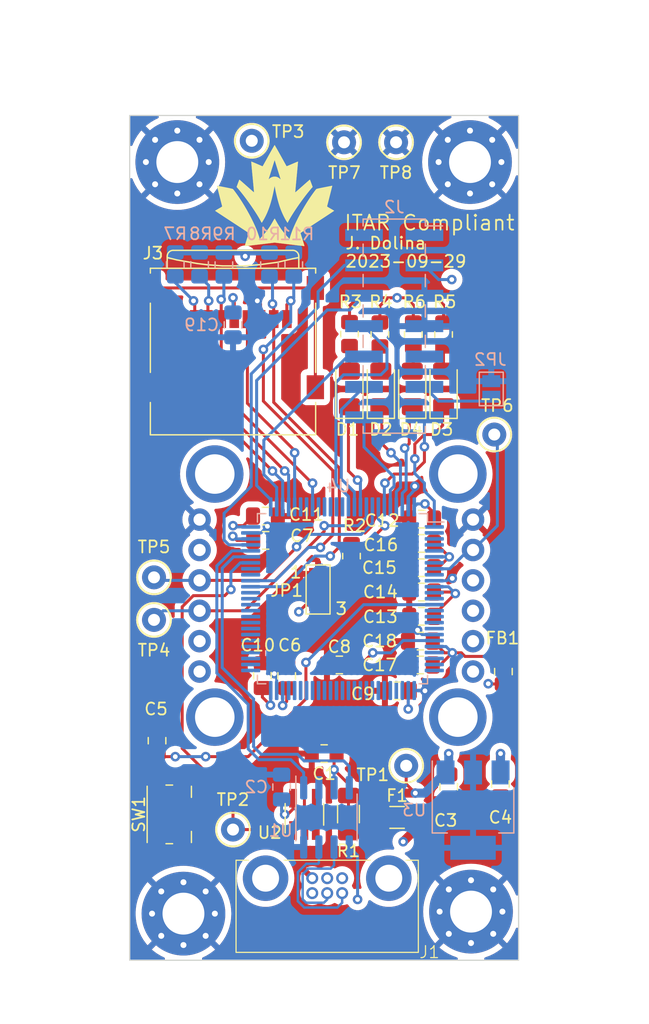
<source format=kicad_pcb>
(kicad_pcb (version 20221018) (generator pcbnew)
  (layers (0 "F.Cu" signal) (1 "In1.Cu" signal) (2 "In2.Cu" signal) (31 "B.Cu" signal) (34 "B.Paste" user) (35 "F.Paste" user) (36 "B.SilkS" user "B.Silkscreen") (37 "F.SilkS" user "F.Silkscreen") (38 "B.Mask" user) (39 "F.Mask" user) (44 "Edge.Cuts" user))
  (net 0 "")
  (net 1 "GND")
  (net 2 "+3V3")
  (net 3 "/imu/SDA")
  (net 4 "/imu/SCL")
  (net 9 "/imu/IMU_INT")
  (net 10 "+5V")
  (net 11 "Net-(U4-NRST)")
  (net 12 "Net-(U4-VREF+)")
  (net 13 "/mcu/VDDA")
  (net 14 "Net-(D1-A)")
  (net 15 "/mcu/D1-")
  (net 16 "Net-(D2-A)")
  (net 17 "/mcu/D2-")
  (net 18 "Net-(D3-A)")
  (net 19 "/mcu/D4-")
  (net 20 "Net-(D4-A)")
  (net 21 "/mcu/D3-")
  (net 22 "Net-(J1-Pin_2)")
  (net 25 "Net-(U2-IN+)")
  (net 26 "/CANH")
  (net 29 "/mcu/TMS")
  (net 30 "/mcu/TCK")
  (net 31 "/mcu/TDO")
  (net 33 "/mcu/TDI")
  (net 34 "/mcu/TRST")
  (net 35 "/mcu/VCP_RX")
  (net 36 "/mcu/VCP_TX")
  (net 37 "unconnected-(J3-SHIELD-Pad9)")
  (net 38 "/CANL")
  (net 39 "Net-(J2-Pin_11)")
  (net 40 "/SD Card/SDMMC_D2")
  (net 41 "/SD Card/SDMMC_D3")
  (net 42 "/SD Card/SDMMC_CMD")
  (net 43 "/SD Card/SDMMC_CK")
  (net 44 "Net-(JP1-C)")
  (net 45 "/SD Card/SDMMC_D0")
  (net 46 "/mcu/5V_SENSE")
  (net 47 "/SD Card/SDMMC_D1")
  (net 48 "Net-(U4-BOOT0)")
  (net 93 "/mcu/FDCAN1_RX")
  (net 94 "/mcu/FDCAN1_TX")
  (footprint "Capacitor_SMD:C_0805_2012Metric_Pad1.18x1.45mm_HandSolder" (layer "F.Cu") (at 146.896 107.358 180)
    (fp_text reference "C1")
    (fp_text value "10 uF")
  )
  (footprint "MountingHole:MountingHole_3.5mm_Pad_Via" (layer "F.Cu") (at 135.133845 120.735)
    (fp_text reference "H3" hide)
    (fp_text value "MountingHole_Pad")
  )
  (footprint "Capacitor_SMD:C_0805_2012Metric_Pad1.18x1.45mm_HandSolder" (layer "F.Cu") (at 155.0455 87.757 180)
    (fp_text reference "C12")
    (fp_text value "0.1 uF")
  )
  (footprint "TestPoint:TestPoint_Keystone_5000-5004_Miniature" (layer "F.Cu") (at 153.754 108.374)
    (fp_text reference "TP1")
    (fp_text value "TP_5V")
  )
  (footprint "Capacitor_SMD:C_0805_2012Metric_Pad1.18x1.45mm_HandSolder" (layer "F.Cu") (at 154.94 97.955 180)
    (fp_text reference "C18")
    (fp_text value "0.1 uF")
  )
  (footprint "Fuse:Fuse_1206_3216Metric_Pad1.42x1.75mm_HandSolder" (layer "F.Cu") (at 152.992 112.692)
    (fp_text reference "F1")
    (fp_text value "Polyfuse 1A")
  )
  (footprint "Jumper:SolderJumper-3_P1.3mm_Open_Pad1.0x1.5mm_NumberLabels" (layer "F.Cu") (at 146.388 93.642 -90)
    (fp_text reference "JP1")
    (fp_text value "BOOT_CTL")
  )
  (footprint "Package_TO_SOT_SMD:SOT-23-5_HandSoldering" (layer "F.Cu") (at 145.245 112.438457 90)
    (fp_text reference "U2")
    (fp_text value "INA180")
  )
  (footprint "Capacitor_SMD:C_0805_2012Metric_Pad1.18x1.45mm_HandSolder" (layer "F.Cu") (at 155.0455 95.885 180)
    (fp_text reference "C13")
    (fp_text value "4.7 uF")
  )
  (footprint "logo:Logo_SilkScreen_10mm" (layer "F.Cu") (at 142.748 60.706)
    (fp_text reference "G***" hide)
    (fp_text value "LOGO" hide)
  )
  (footprint "TestPoint:TestPoint_Keystone_5000-5004_Miniature" (layer "F.Cu") (at 148.558 56.261 90)
    (fp_text reference "TP7")
    (fp_text value "TP_GND")
  )
  (footprint "Capacitor_SMD:C_0805_2012Metric_Pad1.18x1.45mm_HandSolder" (layer "F.Cu") (at 154.94 99.949 180)
    (fp_text reference "C17")
    (fp_text value "1 uF")
  )
  (footprint "Capacitor_SMD:C_0805_2012Metric_Pad1.18x1.45mm_HandSolder" (layer "F.Cu") (at 155.0455 91.821 180)
    (fp_text reference "C15")
    (fp_text value "1 uF")
  )
  (footprint "Resistor_SMD:R_0805_2012Metric_Pad1.20x1.40mm_HandSolder" (layer "F.Cu") (at 151.556 72.322 -90)
    (fp_text reference "R4")
    (fp_text value "470R")
  )
  (footprint "Resistor_SMD:R_0805_2012Metric_Pad1.20x1.40mm_HandSolder" (layer "F.Cu") (at 149.182 90.848 -90)
    (fp_text reference "R2")
    (fp_text value "10kR")
  )
  (footprint "Capacitor_SMD:C_0805_2012Metric_Pad1.18x1.45mm_HandSolder" (layer "F.Cu") (at 142.0075 89.535 180)
    (fp_text reference "C7")
    (fp_text value "2.2 uF")
  )
  (footprint "Button_Switch_SMD:Panasonic_EVQPUJ_EVQPUA" (layer "F.Cu") (at 133.95 112.438 -90)
    (fp_text reference "SW1")
    (fp_text value "RESET")
  )
  (footprint "Capacitor_SMD:C_0805_2012Metric_Pad1.18x1.45mm_HandSolder" (layer "F.Cu") (at 161.882 100.5 -90)
    (fp_text reference "FB1")
    (fp_text value "PE-0603PFB121ST")
  )
  (footprint "Capacitor_SMD:C_0805_2012Metric_Pad1.18x1.45mm_HandSolder" (layer "F.Cu") (at 153.0135 102.108 180)
    (fp_text reference "C9")
    (fp_text value "0.1 uF")
  )
  (footprint "Resistor_SMD:R_0805_2012Metric_Pad1.20x1.40mm_HandSolder" (layer "F.Cu") (at 156.88 72.322 -90)
    (fp_text reference "R5")
    (fp_text value "470R")
  )
  (footprint "MountingHole:MountingHole_3.5mm_Pad_Via" (layer "F.Cu") (at 134.619 57.912)
    (fp_text reference "H1" hide)
    (fp_text value "MountingHole_Pad")
  )
  (footprint "LED_SMD:LED_1206_3216Metric_Pad1.42x1.75mm_HandSolder" (layer "F.Cu") (at 154.262 76.878 90)
    (fp_text reference "D4")
    (fp_text value "LED_B")
  )
  (footprint "Capacitor_SMD:C_0805_2012Metric_Pad1.18x1.45mm_HandSolder" (layer "F.Cu") (at 157.31 110.1305 -90)
    (fp_text reference "C3")
    (fp_text value "0.47 uF")
  )
  (footprint "canhw:connector_Harwin_G125–MG10605M4P" (layer "F.Cu") (at 147.15 117.772)
    (fp_text reference "J1")
    (fp_text value "Conn_01x06_Pin")
  )
  (footprint "LED_SMD:LED_1206_3216Metric_Pad1.42x1.75mm_HandSolder" (layer "F.Cu") (at 156.88 76.878 90)
    (fp_text reference "D3")
    (fp_text value "LED_W")
  )
  (footprint "TestPoint:TestPoint_Keystone_5000-5004_Miniature" (layer "F.Cu") (at 132.672 92.626 90)
    (fp_text reference "TP5")
    (fp_text value "TP_SDA")
  )
  (footprint "Resistor_SMD:R_0805_2012Metric_Pad1.20x1.40mm_HandSolder" (layer "F.Cu") (at 154.35 72.322 -90)
    (fp_text reference "R6")
    (fp_text value "470R")
  )
  (footprint "canhw:IMU BB I2C" (layer "F.Cu") (at 147.809573 94.140167 -90)
    (fp_text reference "A1" hide)
    (fp_text value "ICM-20948-Sparkfun-Daughtercard")
  )
  (footprint "Capacitor_SMD:C_0805_2012Metric_Pad1.18x1.45mm_HandSolder" (layer "F.Cu") (at 132.926 106.2785 90)
    (fp_text reference "C5")
    (fp_text value "0.1uF")
  )
  (footprint "Capacitor_SMD:C_0805_2012Metric_Pad1.18x1.45mm_HandSolder" (layer "F.Cu") (at 155.0455 93.853 180)
    (fp_text reference "C14")
    (fp_text value "0.1 uF")
  )
  (footprint "TestPoint:TestPoint_Keystone_5000-5004_Miniature" (layer "F.Cu") (at 132.672 96.182 90)
    (fp_text reference "TP4")
    (fp_text value "TP_SCL")
  )
  (footprint "Capacitor_SMD:C_0805_2012Metric_Pad1.18x1.45mm_HandSolder" (layer "F.Cu") (at 141.732 100.838 90)
    (fp_text reference "C10")
    (fp_text value "0.1 uF")
  )
  (footprint "LED_SMD:LED_1206_3216Metric_Pad1.42x1.75mm_HandSolder" (layer "F.Cu") (at 149.006 76.878 90)
    (fp_text reference "D1")
    (fp_text value "LED_R")
  )
  (footprint "LED_SMD:LED_1206_3216Metric_Pad1.42x1.75mm_HandSolder" (layer "F.Cu") (at 151.634 76.878 90)
    (fp_text reference "D2")
    (fp_text value "LED_G")
  )
  (footprint "canhw:microSD_Molex_WM6698CT-ND" (layer "F.Cu") (at 146.1594 68.436 180)
    (fp_text reference "J3")
    (fp_text value "Micro_SD_Card")
  )
  (footprint "Resistor_SMD:R_0805_2012Metric_Pad1.20x1.40mm_HandSolder" (layer "F.Cu") (at 149.016 72.29 -90)
    (fp_text reference "R3")
    (fp_text value "470R")
  )
  (footprint "Capacitor_SMD:C_0805_2012Metric_Pad1.18x1.45mm_HandSolder" (layer "F.Cu") (at 155.0455 89.789 180)
    (fp_text reference "C16")
    (fp_text value "0.1 uF")
  )
  (footprint "Capacitor_SMD:C_0805_2012Metric_Pad1.18x1.45mm_HandSolder" (layer "F.Cu") (at 141.986 87.503)
    (fp_text reference "C11")
    (fp_text value "0.1 uF")
  )
  (footprint "Resistor_SMD:R_1206_3216Metric_Pad1.30x1.75mm_HandSolder" (layer "F.Cu") (at 148.928 112.412 -90)
    (fp_text reference "R1")
    (fp_text value "33 mR")
  )
  (footprint "MountingHole:MountingHole_3.5mm_Pad_Via" (layer "F.Cu") (at 159.173 120.566)
    (fp_text reference "H4" hide)
    (fp_text value "MountingHole_Pad")
  )
  (footprint "TestPoint:TestPoint_Keystone_5000-5004_Miniature" (layer "F.Cu") (at 152.908 56.261 90)
    (fp_text reference "TP8")
    (fp_text value "TP_GND")
  )
  (footprint "Capacitor_SMD:C_0805_2012Metric_Pad1.18x1.45mm_HandSolder" (layer "F.Cu") (at 143.764 100.8595 -90)
    (fp_text reference "C6")
    (fp_text value "2.2 uF")
  )
  (footprint "MountingHole:MountingHole_3.5mm_Pad_Via" (layer "F.Cu") (at 159.088 57.912)
    (fp_text reference "H2" hide)
    (fp_text value "MountingHole_Pad")
  )
  (footprint "TestPoint:TestPoint_Keystone_5000-5004_Miniature" (layer "F.Cu") (at 161.12 80.688 90)
    (fp_text reference "TP6")
    (fp_text value "TP_IMUINT")
  )
  (footprint "TestPoint:TestPoint_Keystone_5000-5004_Miniature" (layer "F.Cu") (at 139.276 113.708)
    (fp_text reference "TP2")
    (fp_text value "CURRAMP")
  )
  (footprint "Capacitor_SMD:C_0805_2012Metric_Pad1.18x1.45mm_HandSolder" (layer "F.Cu") (at 148.166 99.949 180)
    (fp_text reference "C8")
    (fp_text value "1uF")
  )
  (footprint "TestPoint:TestPoint_Keystone_5000-5004_Miniature" (layer "F.Cu") (at 140.843 56.134)
    (fp_text reference "TP3")
    (fp_text value "TP_3V3")
  )
  (footprint "Capacitor_SMD:C_0805_2012Metric_Pad1.18x1.45mm_HandSolder" (layer "F.Cu") (at 161.628 109.898 -90)
    (fp_text reference "C4")
    (fp_text value "100 uF")
  )
  (footprint "Capacitor_SMD:C_0805_2012Metric_Pad1.18x1.45mm_HandSolder" (layer "B.Cu") (at 139.276 71.5225 -90)
    (fp_text reference "C19")
    (fp_text value "4.7uF")
  )
  (footprint "Connector_PinHeader_2.54mm:PinHeader_2x07_P2.54mm_Vertical_SMD" (layer "B.Cu") (at 152.753 71.628 180)
    (fp_text reference "J2")
    (fp_text value "CN4 STDC14 (PROG)")
  )
  (footprint "Package_TO_SOT_SMD:SOT-223" (layer "B.Cu") (at 159.342 112.082 -90)
    (fp_text reference "U3")
    (fp_text value "LM3940IMP-3.3/NOPB")
  )
  (footprint "Jumper:SolderJumper-2_P1.3mm_Open_Pad1.0x1.5mm" (layer "B.Cu") (at 160.866 76.878 -90)
    (fp_text reference "JP2")
    (fp_text value "GNDDETECT")
  )
  (footprint "Resistor_SMD:R_0805_2012Metric_Pad1.20x1.40mm_HandSolder" (layer "B.Cu") (at 136.482 66.464 -90)
    (fp_text reference "R8")
    (fp_text value "10kR")
  )
  (footprint "Resistor_SMD:R_0805_2012Metric_Pad1.20x1.40mm_HandSolder" (layer "B.Cu") (at 138.514 66.48 -90)
    (fp_text reference "R9")
    (fp_text value "10kR")
  )
  (footprint "Resistor_SMD:R_0805_2012Metric_Pad1.20x1.40mm_HandSolder" (layer "B.Cu") (at 144.356 66.48 -90)
    (fp_text reference "R11")
    (fp_text value "10kR")
  )
  (footprint "Capacitor_SMD:C_0805_2012Metric_Pad1.18x1.45mm_HandSolder" (layer "B.Cu") (at 143.34 110.152 -90)
    (fp_text reference "C2")
    (fp_text value "0.1 uF")
  )
  (footprint "Resistor_SMD:R_0805_2012Metric_Pad1.20x1.40mm_HandSolder" (layer "B.Cu") (at 142.324 66.48 -90)
    (fp_text reference "R10")
    (fp_text value "10kR")
  )
  (footprint "Package_SO:SOIC-8_3.9x4.9mm_P1.27mm" (layer "B.Cu") (at 147.089389 112.692 -90)
    (fp_text reference "U1")
    (fp_text value "MCP2562")
  )
  (footprint "Package_QFP:LQFP-100_14x14mm_P0.5mm" (layer "B.Cu") (at 148.426845 94.409845 180)
    (fp_text reference "U4")
    (fp_text value "STM32H733VGTx")
  )
  (footprint "Resistor_SMD:R_0805_2012Metric_Pad1.20x1.40mm_HandSolder" (layer "B.Cu") (at 134.45 66.464 -90)
    (fp_text reference "R7")
    (fp_text value "10kR")
  )
  (gr_rect (start 130.64 54.018) (end 163.152 124.63) (stroke (width 0.1)) (fill none) (layer "Edge.Cuts"))
  (gr_text "J. Dolina" (at 148.59 65.278) (layer "F.SilkS") (effects (font (size 1 1)) (justify left bottom)))
  (gr_text "2023-09-29" (at 148.59 66.802) (layer "F.SilkS") (effects (font (size 1 1)) (justify left bottom)))
  (gr_text "ITAR Compliant" (at 155.702 62.992) (layer "F.SilkS") (effects (font (size 1.25 1.25))))
  (segment (start 141.5794 69.7834) (end 141.308 69.512) (width 0.25) (layer "F.Cu") (net 1))
  (segment (start 141.5794 71.036) (end 141.5794 69.7834) (width 0.25) (layer "F.Cu") (net 1))
  (via (at 142.727237 100.679755) (size 0.8) (drill 0.4) (layers "F.Cu" "B.Cu") (net 1))
  (via (at 154.473847 85.006) (size 0.8) (drill 0.4) (layers "F.Cu" "B.Cu") (net 1))
  (via (at 154.704295 97.03611) (size 0.8) (drill 0.4) (layers "F.Cu" "B.Cu") (net 1))
  (via (at 155.321 102.108) (size 0.8) (drill 0.4) (layers "F.Cu" "B.Cu") (net 1))
  (via (at 141.308 69.512) (size 0.8) (drill 0.4) (layers "F.Cu" "B.Cu") (net 1))
  (via (at 157.607 92.71) (size 0.8) (drill 0.4) (layers "F.Cu" "B.Cu") (net 1))
  (via (at 142.151345 88.358438) (size 0.8) (drill 0.4) (layers "F.Cu" "B.Cu") (net 1))
  (segment (start 142.151345 88.358438) (end 141.876845 88.632938) (width 0.25) (layer "B.Cu") (net 1))
  (segment (start 153.926845 85.86916) (end 153.926845 86.734845) (width 0.25) (layer "B.Cu") (net 1))
  (segment (start 142.926845 100.879363) (end 142.926845 102.084845) (width 0.25) (layer "B.Cu") (net 1))
  (segment (start 157.607 92.71) (end 157.343695 92.71) (width 0.25) (layer "B.Cu") (net 1))
  (segment (start 155.07803 97.409845) (end 154.704295 97.03611) (width 0.25) (layer "B.Cu") (net 1))
  (segment (start 157.343695 92.71) (end 157.14385 92.909845) (width 0.25) (layer "B.Cu") (net 1))
  (segment (start 141.876845 88.65053) (end 141.61753 88.909845) (width 0.25) (layer "B.Cu") (net 1))
  (segment (start 154.473847 85.302153) (end 154.262 85.514) (width 0.25) (layer "B.Cu") (net 1))
  (segment (start 155.297845 102.084845) (end 154.426845 102.084845) (width 0.25) (layer "B.Cu") (net 1))
  (segment (start 154.473847 85.006) (end 154.473847 85.302153) (width 0.25) (layer "B.Cu") (net 1))
  (segment (start 141.61753 88.909845) (end 140.751845 88.909845) (width 0.25) (layer "B.Cu") (net 1))
  (segment (start 141.876845 88.632938) (end 141.876845 88.65053) (width 0.25) (layer "B.Cu") (net 1))
  (segment (start 142.727237 100.679755) (end 142.926845 100.879363) (width 0.25) (layer "B.Cu") (net 1))
  (segment (start 154.262 85.534005) (end 153.926845 85.86916) (width 0.25) (layer "B.Cu") (net 1))
  (segment (start 157.14385 92.909845) (end 156.101845 92.909845) (width 0.25) (layer "B.Cu") (net 1))
  (segment (start 154.262 85.514) (end 154.262 85.534005) (width 0.25) (layer "B.Cu") (net 1))
  (segment (start 156.101845 97.409845) (end 155.07803 97.409845) (width 0.25) (layer "B.Cu") (net 1))
  (segment (start 155.321 102.108) (end 155.297845 102.084845) (width 0.25) (layer "B.Cu") (net 1))
  (segment (start 154.35 69.854) (end 153.754 69.258) (width 0.25) (layer "F.Cu") (net 2))
  (segment (start 140.1435 88.308) (end 140.9485 87.503) (width 0.25) (layer "F.Cu") (net 2))
  (segment (start 155.321 86.487) (end 156.083 87.249) (width 0.25) (layer "F.Cu") (net 2))
  (segment (start 145.342 94.942) (end 144.78 95.504) (width 0.25) (layer "F.Cu") (net 2))
  (segment (start 154.35 71.322) (end 154.35 69.854) (width 0.25) (layer "F.Cu") (net 2))
  (segment (start 139.605155 89.535) (end 140.97 89.535) (width 0.25) (layer "F.Cu") (net 2))
  (segment (start 146.388 94.942) (end 145.342 94.942) (width 0.25) (layer "F.Cu") (net 2))
  (segment (start 139.276 88.308) (end 140.1435 88.308) (width 0.25) (layer "F.Cu") (net 2))
  (segment (start 161.628 108.8605) (end 161.628 107.372) (width 0.75) (layer "F.Cu") (net 2))
  (segment (start 152.992 69.258) (end 149.69 69.258) (width 0.25) (layer "F.Cu") (net 2))
  (segment (start 139.2555 89.185345) (end 139.605155 89.535) (width 0.25) (layer "F.Cu") (net 2))
  (segment (start 141.732 102.641876) (end 141.732 101.8755) (width 0.25) (layer "F.Cu") (net 2))
  (segment (start 151.556 69.932) (end 151.556 71.322) (width 0.25) (layer "F.Cu") (net 2))
  (segment (start 156.083 93.853) (end 157.734 93.853) (width 0.25) (layer "F.Cu") (net 2))
  (segment (start 156.083 87.249) (end 156.083 87.757) (width 0.25) (layer "F.Cu") (net 2))
  (segment (start 143.848 112.438) (end 144.295 111.991) (width 0.25) (layer "F.Cu") (net 2))
  (segment (start 160.612 101.516) (end 160.6335 101.5375) (width 0.25) (layer "F.Cu") (net 2))
  (segment (start 143.764 102.99568) (end 143.764 101.897) (width 0.25) (layer "F.Cu") (net 2))
  (segment (start 156.232155 89.789) (end 157.353 90.909845) (width 0.25) (layer "F.Cu") (net 2))
  (segment (start 156.294 69.258) (end 153.754 69.258) (width 0.25) (layer "F.Cu") (net 2))
  (segment (start 143.422888 103.336792) (end 143.764 102.99568) (width 0.25) (layer "F.Cu") (net 2))
  (segment (start 143.594 112.438) (end 143.848 112.438) (width 0.25) (layer "F.Cu") (net 2))
  (segment (start 144.295 111.991) (end 144.295 111.088457) (width 0.25) (layer "F.Cu") (net 2))
  (segment (start 156.083 95.758) (end 157.861 93.98) (width 0.25) (layer "F.Cu") (net 2))
  (segment (start 152.992 69.258) (end 152.23 69.258) (width 0.25) (layer "F.Cu") (net 2))
  (segment (start 152.23 69.258) (end 151.556 69.932) (width 0.25) (layer "F.Cu") (net 2))
  (segment (start 139.3794 69.3614) (end 139.276 69.258) (width 0.25) (layer "F.Cu") (net 2))
  (segment (start 156.083 95.885) (end 156.083 95.758) (width 0.25) (layer "F.Cu") (net 2))
  (segment (start 142.406874 103.31675) (end 141.732 102.641876) (width 0.25) (layer "F.Cu") (net 2))
  (segment (start 153.754 69.258) (end 152.992 69.258) (width 0.25) (layer "F.Cu") (net 2))
  (segment (start 160.6335 101.5375) (end 161.882 101.5375) (width 0.25) (layer "F.Cu") (net 2))
  (segment (start 156.083 91.821) (end 156.441845 91.821) (width 0.25) (layer "F.Cu") (net 2))
  (segment (start 156.88 69.844) (end 156.294 69.258) (width 0.25) (layer "F.Cu") (net 2))
  (segment (start 156.88 71.322) (end 156.88 69.844) (width 0.25) (layer "F.Cu") (net 2))
  (segment (start 153.924 102.235) (end 153.924 103.632) (width 0.25) (layer "F.Cu") (net 2))
  (segment (start 149.016 69.932) (end 149.016 71.29) (width 0.25) (layer "F.Cu") (net 2))
  (segment (start 157.734 93.853) (end 157.861 93.98) (width 0.25) (layer "F.Cu") (net 2))
  (segment (start 149.69 69.258) (end 149.016 69.932) (width 0.25) (layer "F.Cu") (net 2))
  (segment (start 139.3794 71.036) (end 139.3794 69.3614) (width 0.25) (layer "F.Cu") (net 2))
  (segment (start 156.083 89.789) (end 156.232155 89.789) (width 0.25) (layer "F.Cu") (net 2))
  (segment (start 156.441845 91.821) (end 157.353 90.909845) (width 0.25) (layer "F.Cu") (net 2))
  (via (at 157.861 93.98) (size 0.8) (drill 0.4) (layers "F.Cu" "B.Cu") (net 2))
  (via (at 152.992 69.258) (size 0.8) (drill 0.4) (layers "F.Cu" "B.Cu") (net 2))
  (via (at 144.78 95.504) (size 0.8) (drill 0.4) (layers "F.Cu" "B.Cu") (net 2))
  (via (at 139.276 69.258) (size 0.8) (drill 0.4) (layers "F.Cu" "B.Cu") (net 2))
  (via (at 157.353 90.909845) (size 0.8) (drill 0.4) (layers "F.Cu" "B.Cu") (net 2))
  (via (at 161.642 107.358) (size 0.8) (drill 0.4) (layers "F.Cu" "B.Cu") (net 2))
  (via (at 139.2555 89.185345) (size 0.8) (drill 0.4) (layers "F.Cu" "B.Cu") (net 2))
  (via (at 153.924 103.632) (size 0.8) (drill 0.4) (layers "F.Cu" "B.Cu") (net 2))
  (via (at 140.292 65.786) (size 0.8) (drill 0.4) (layers "F.Cu" "B.Cu") (net 2))
  (via (at 139.276 88.308) (size 0.8) (drill 0.4) (layers "F.Cu" "B.Cu") (net 2))
  (via (at 157.564 67.734) (size 0.8) (drill 0.4) (layers "F.Cu" "B.Cu") (net 2))
  (via (at 143.422888 103.336792) (size 0.8) (drill 0.4) (layers "F.Cu" "B.Cu") (net 2))
  (via (at 160.612 101.516) (size 0.8) (drill 0.4) (layers "F.Cu" "B.Cu") (net 2))
  (via (at 155.321 86.487) (size 0.8) (drill 0.4) (layers "F.Cu" "B.Cu") (net 2))
  (via (at 142.406874 103.31675) (size 0.8) (drill 0.4) (layers "F.Cu" "B.Cu") (net 2))
  (via (at 149.69 119.55) (size 0.8) (drill 0.4) (layers "F.Cu" "B.Cu") (net 2))
  (via (at 143.594 112.438) (size 0.8) (drill 0.4) (layers "F.Cu" "B.Cu") (net 2))
  (segment (start 153.926845 102.084845) (end 153.926845 103.629155) (width 0.25) (layer "B.Cu") (net 2))
  (segment (start 140.324 65.464) (end 144.356 65.464) (width 0.5) (layer "B.Cu") (net 2))
  (segment (start 139.276 70.485) (end 139.276 69.258) (width 0.25) (layer "B.Cu") (net 2))
  (segment (start 143.426845 103.332835) (end 143.426845 102.084845) (width 0.25) (layer "B.Cu") (net 2))
  (segment (start 156.464 67.734) (end 157.564 67.734) (width 0.25) (layer "B.Cu") (net 2))
  (segment (start 161.642 107.358) (end 161.642 108.678) (width 0.75) (layer "B.Cu") (net 2))
  (segment (start 149.69 119.55) (end 149.69 115.862611) (width 0.25) (layer "B.Cu") (net 2))
  (segment (start 134.466 65.464) (end 140.292 65.464) (width 0.5) (layer "B.Cu") (net 2))
  (segment (start 154.67469 86.487) (end 154.426845 86.734845) (width 0.25) (layer "B.Cu") (net 2))
  (segment (start 157.290845 93.409845) (end 156.101845 93.409845) (width 0.25) (layer "B.Cu") (net 2))
  (segment (start 139.377845 88.409845) (end 140.751845 88.409845) (width 0.25) (layer "B.Cu") (net 2))
  (segment (start 143.594 112.438) (end 143.34 112.184) (width 0.25) (layer "B.Cu") (net 2))
  (segment (start 142.406874 103.31675) (end 142.426845 103.296779) (width 0.25) (layer "B.Cu") (net 2))
  (segment (start 157.353 90.909845) (end 156.101845 90.909845) (width 0.25) (layer "B.Cu") (net 2))
  (segment (start 139.48 89.409845) (end 140.751845 89.409845) (width 0.25) (layer "B.Cu") (net 2))
  (segment (start 139.276 88.308) (end 139.377845 88.409845) (width 0.25) (layer "B.Cu") (net 2))
  (segment (start 155.278 66.548) (end 156.464 67.734) (width 0.25) (layer "B.Cu") (net 2))
  (segment (start 149.69 115.862611) (end 148.994389 115.167) (width 0.25) (layer "B.Cu") (net 2))
  (segment (start 139.2555 89.185345) (end 139.48 89.409845) (width 0.25) (layer "B.Cu") (net 2))
  (segment (start 143.34 112.184) (end 143.34 111.1895) (width 0.25) (layer "B.Cu") (net 2))
  (segment (start 155.321 86.487) (end 154.67469 86.487) (width 0.25) (layer "B.Cu") (net 2))
  (segment (start 143.422888 103.336792) (end 143.426845 103.332835) (width 0.25) (layer "B.Cu") (net 2))
  (segment (start 142.426845 103.296779) (end 142.426845 102.084845) (width 0.25) (layer "B.Cu") (net 2))
  (segment (start 157.861 93.98) (end 157.290845 93.409845) (width 0.25) (layer "B.Cu") (net 2))
  (segment (start 144.58997 90.06597) (end 144.58997 90.10603) (width 0.25) (layer "F.Cu") (net 3))
  (segment (start 144.58997 90.10603) (end 141.816 92.88) (width 0.25) (layer "F.Cu") (net 3))
  (segment (start 141.816 92.88) (end 136.736 92.88) (width 0.25) (layer "F.Cu") (net 3))
  (via (at 144.58997 90.06597) (size 0.8) (drill 0.4) (layers "F.Cu" "B.Cu") (net 3))
  (segment (start 136.482 92.88) (end 132.926 92.88) (width 0.25) (layer "B.Cu") (net 3))
  (segment (start 150.926845 88.09646) (end 150.926845 86.734845) (width 0.25) (layer "B.Cu") (net 3))
  (segment (start 144.58997 90.06597) (end 145.62294 89.033) (width 0.25) (layer "B.Cu") (net 3))
  (segment (start 145.62294 89.033) (end 149.990305 89.033) (width 0.25) (layer "B.Cu") (net 3))
  (segment (start 132.926 92.88) (end 132.672 92.626) (width 0.25) (layer "B.Cu") (net 3))
  (segment (start 149.990305 89.033) (end 150.926845 88.09646) (width 0.25) (layer "B.Cu") (net 3))
  (segment (start 146.896 88.78454) (end 140.26054 95.42) (width 0.25) (layer "F.Cu") (net 4))
  (segment (start 146.896 88.3085) (end 146.896 88.78454) (width 0.25) (layer "F.Cu") (net 4))
  (segment (start 140.26054 95.42) (end 136.482 95.42) (width 0.25) (layer "F.Cu") (net 4))
  (via (at 146.896 88.3085) (size 0.8) (drill 0.4) (layers "F.Cu" "B.Cu") (net 4))
  (segment (start 136.482 95.42) (end 133.434 95.42) (width 0.25) (layer "B.Cu") (net 4))
  (segment (start 146.896 88.3085) (end 149.718875 88.3085) (width 0.25) (layer "B.Cu") (net 4))
  (segment (start 149.718875 88.3085) (end 150.426845 87.60053) (width 0.25) (layer "B.Cu") (net 4))
  (segment (start 133.434 95.42) (end 132.672 96.182) (width 0.25) (layer "B.Cu") (net 4))
  (segment (start 150.426845 87.60053) (end 150.426845 86.734845) (width 0.25) (layer "B.Cu") (net 4))
  (segment (start 159.342 90.34) (end 161.374 88.308) (width 0.25) (layer "B.Cu") (net 9))
  (segment (start 161.374 88.308) (end 161.374 80.942) (width 0.25) (layer "B.Cu") (net 9))
  (segment (start 158.961 90.34) (end 159.342 90.34) (width 0.25) (layer "B.Cu") (net 9))
  (segment (start 161.374 80.942) (end 161.12 80.688) (width 0.25) (layer "B.Cu") (net 9))
  (segment (start 157.391155 91.909845) (end 158.961 90.34) (width 0.25) (layer "B.Cu") (net 9))
  (segment (start 156.101845 91.909845) (end 157.391155 91.909845) (width 0.25) (layer "B.Cu") (net 9))
  (segment (start 148.928 110.862) (end 148.928 111.883457) (width 0.25) (layer "F.Cu") (net 10))
  (segment (start 157.31 109.093) (end 157.31 107.358) (width 0.25) (layer "F.Cu") (net 10))
  (segment (start 154.516 110.66) (end 149.13 110.66) (width 0.75) (layer "F.Cu") (net 10))
  (segment (start 147.724389 107.567111) (end 147.9335 107.358) (width 0.25) (layer "F.Cu") (net 10))
  (segment (start 148.928 109.898) (end 148.928 110.862) (width 0.25) (layer "F.Cu") (net 10))
  (segment (start 147.724389 108.694389) (end 148.928 109.898) (width 0.25) (layer "F.Cu") (net 10))
  (segment (start 146.195 111.944457) (end 146.195 111.088457) (width 0.25) (layer "F.Cu") (net 10))
  (segment (start 153.754 109.898) (end 154.516 110.66) (width 0.25) (layer "F.Cu") (net 10))
  (segment (start 148.6486 112.162857) (end 146.4134 112.162857) (width 0.25) (layer "F.Cu") (net 10))
  (segment (start 146.4134 112.162857) (end 146.195 111.944457) (width 0.25) (layer "F.Cu") (net 10))
  (segment (start 148.928 111.883457) (end 148.6486 112.162857) (width 0.25) (layer "F.Cu") (net 10))
  (segment (start 153.754 108.374) (end 153.754 109.898) (width 0.25) (layer "F.Cu") (net 10))
  (segment (start 147.724389 108.694389) (end 147.724389 107.567111) (width 0.25) (layer "F.Cu") (net 10))
  (via (at 157.31 107.358) (size 0.8) (drill 0.4) (layers "F.Cu" "B.Cu") (net 10))
  (via (at 147.724389 108.694389) (size 0.8) (drill 0.4) (layers "F.Cu" "B.Cu") (net 10))
  (via (at 154.516 110.66) (size 0.8) (drill 0.4) (layers "F.Cu" "B.Cu") (net 10))
  (segment (start 157.31 107.358) (end 157.31 108.41) (width 0.75) (layer "B.Cu") (net 10))
  (segment (start 155.314 110.66) (end 157.042 108.932) (width 0.75) (layer "B.Cu") (net 10))
  (segment (start 147.724389 108.694389) (end 147.724389 110.217) (width 0.25) (layer "B.Cu") (net 10))
  (segment (start 155.314 110.66) (end 154.516 110.66) (width 0.75) (layer "B.Cu") (net 10))
  (segment (start 134.45 107.612) (end 133.222 107.612) (width 0.25) (layer "F.Cu") (net 11))
  (segment (start 140.546 107.612) (end 136.99 107.612) (width 0.25) (layer "F.Cu") (net 11))
  (segment (start 145.372 102.786) (end 140.546 107.612) (width 0.25) (layer "F.Cu") (net 11))
  (segment (start 133.222 107.612) (end 132.926 107.316) (width 0.25) (layer "F.Cu") (net 11))
  (segment (start 132.926 107.316) (end 133.1 107.49) (width 0.25) (layer "F.Cu") (net 11))
  (segment (start 133.1 107.49) (end 133.1 115.063) (width 0.25) (layer "F.Cu") (net 11))
  (segment (start 145.372 99.738) (end 145.372 102.786) (width 0.25) (layer "F.Cu") (net 11))
  (via (at 136.99 107.612) (size 0.8) (drill 0.4) (layers "F.Cu" "B.Cu") (net 11))
  (via (at 134.45 107.612) (size 0.8) (drill 0.4) (layers "F.Cu" "B.Cu") (net 11))
  (via (at 145.372 99.738) (size 0.8) (drill 0.4) (layers "F.Cu" "B.Cu") (net 11))
  (segment (start 134.45 107.612) (end 136.99 107.612) (width 0.25) (layer "B.Cu") (net 11))
  (segment (start 150.200155 94.909845) (end 145.372 99.738) (width 0.25) (layer "B.Cu") (net 11))
  (segment (start 156.101845 94.909845) (end 150.200155 94.909845) (width 0.25) (layer "B.Cu") (net 11))
  (segment (start 149.944 99.949) (end 149.2035 99.949) (width 0.25) (layer "F.Cu") (net 12))
  (segment (start 150.96 98.933) (end 149.944 99.949) (width 0.25) (layer "F.Cu") (net 12))
  (via (at 150.96 98.933) (size 0.8) (drill 0.4) (layers "F.Cu" "B.Cu") (net 12))
  (segment (start 152.46969 98.933) (end 153.492845 97.909845) (width 0.25) (layer "B.Cu") (net 12))
  (segment (start 153.492845 97.909845) (end 156.101845 97.909845) (width 0.25) (layer "B.Cu") (net 12))
  (segment (start 150.96 98.933) (end 152.46969 98.933) (width 0.25) (layer "B.Cu") (net 12))
  (segment (start 157.607 98.933) (end 158.369 98.933) (width 0.25) (layer "F.Cu") (net 13))
  (segment (start 157.607 98.933) (end 156.9555 98.933) (width 0.25) (layer "F.Cu") (net 13))
  (segment (start 157.607 98.933) (end 156.591 99.949) (width 0.25) (layer "F.Cu") (net 13))
  (segment (start 161.6547 99.2352) (end 161.882 99.4625) (width 0.25) (layer "F.Cu") (net 13))
  (segment (start 158.369 98.933) (end 158.6712 99.2352) (width 0.25) (layer "F.Cu") (net 13))
  (segment (start 156.591 99.949) (end 155.9775 99.949) (width 0.25) (layer "F.Cu") (net 13))
  (segment (start 158.6712 99.2352) (end 161.6547 99.2352) (width 0.25) (layer "F.Cu") (net 13))
  (segment (start 156.9555 98.933) (end 155.9775 97.955) (width 0.25) (layer "F.Cu") (net 13))
  (via (at 157.607 98.933) (size 0.8) (drill 0.4) (layers "F.Cu" "B.Cu") (net 13))
  (segment (start 157.607 98.933) (end 157.083845 98.409845) (width 0.25) (layer "B.Cu") (net 13))
  (segment (start 157.083845 98.409845) (end 156.101845 98.409845) (width 0.25) (layer "B.Cu") (net 13))
  (segment (start 149.006 73.27175) (end 149.006 75.36225) (width 0.25) (layer "F.Cu") (net 14))
  (segment (start 149.006 75.36225) (end 148.996 75.37225) (width 0.25) (layer "F.Cu") (net 14))
  (segment (start 149.69 84.498) (end 148.928 83.736) (width 0.25) (layer "F.Cu") (net 15))
  (segment (start 148.928 83.736) (end 148.928 78.4435) (width 0.25) (layer "F.Cu") (net 15))
  (segment (start 148.928 78.4435) (end 149.006 78.3655) (width 0.25) (layer "F.Cu") (net 15))
  (via (at 149.69 84.498) (size 0.8) (drill 0.4) (layers "F.Cu" "B.Cu") (net 15))
  (segment (start 149.69 84.498) (end 149.926845 84.734845) (width 0.25) (layer "B.Cu") (net 15))
  (segment (start 149.926845 84.734845) (end 149.926845 86.734845) (width 0.25) (layer "B.Cu") (net 15))
  (segment (start 151.546 73.30375) (end 151.546 75.29425) (width 0.25) (layer "F.Cu") (net 16))
  (segment (start 151.546 75.29425) (end 151.624 75.37225) (width 0.25) (layer "F.Cu") (net 16))
  (segment (start 151.722 78.4535) (end 151.634 78.3655) (width 0.25) (layer "F.Cu") (net 17))
  (segment (start 151.722 81.45) (end 151.722 78.4535) (width 0.25) (layer "F.Cu") (net 17))
  (segment (start 152.484 82.212) (end 151.722 81.45) (width 0.25) (layer "F.Cu") (net 17))
  (via (at 152.484 82.212) (size 0.8) (drill 0.4) (layers "F.Cu" "B.Cu") (net 17))
  (segment (start 152.926845 85.462856) (end 152.926845 86.734845) (width 0.25) (layer "B.Cu") (net 17))
  (segment (start 153.275005 85.114696) (end 152.926845 85.462856) (width 0.25) (layer "B.Cu") (net 17))
  (segment (start 153.275005 83.003005) (end 153.275005 85.114696) (width 0.25) (layer "B.Cu") (net 17))
  (segment (start 152.484 82.212) (end 153.275005 83.003005) (width 0.25) (layer "B.Cu") (net 17))
  (segment (start 156.87 73.30375) (end 156.87 75.37225) (width 0.25) (layer "F.Cu") (net 18))
  (segment (start 154.473848 81.482847) (end 155.268695 80.688) (width 0.25) (layer "F.Cu") (net 19))
  (segment (start 155.268695 80.688) (end 156.04 80.688) (width 0.25) (layer "F.Cu") (net 19))
  (segment (start 156.04 80.688) (end 156.802 79.926) (width 0.25) (layer "F.Cu") (net 19))
  (segment (start 156.802 79.926) (end 156.802 78.4435) (width 0.25) (layer "F.Cu") (net 19))
  (segment (start 154.473848 82.72) (end 154.473848 81.482847) (width 0.25) (layer "F.Cu") (net 19))
  (segment (start 156.802 78.4435) (end 156.88 78.3655) (width 0.25) (layer "F.Cu") (net 19))
  (via (at 154.473848 82.72) (size 0.8) (drill 0.4) (layers "F.Cu" "B.Cu") (net 19))
  (segment (start 155.278 85.418695) (end 155.278 84.752) (width 0.25) (layer "B.Cu") (net 19))
  (segment (start 154.473848 83.947848) (end 154.473848 82.72) (width 0.25) (layer "B.Cu") (net 19))
  (segment (start 155.278 84.752) (end 154.473848 83.947848) (width 0.25) (layer "B.Cu") (net 19))
  (segment (start 155.833652 85.974347) (end 155.278 85.418695) (width 0.25) (layer "B.Cu") (net 19))
  (segment (start 156.101845 86.24254) (end 155.833652 85.974347) (width 0.25) (layer "B.Cu") (net 19))
  (segment (start 156.101845 88.409845) (end 156.101845 86.24254) (width 0.25) (layer "B.Cu") (net 19))
  (segment (start 154.34 73.30375) (end 154.34 75.28425) (width 0.25) (layer "F.Cu") (net 20))
  (segment (start 154.34 75.28425) (end 154.252 75.37225) (width 0.25) (layer "F.Cu") (net 20))
  (segment (start 154.008 81.45) (end 154.008 78.6195) (width 0.25) (layer "F.Cu") (net 21))
  (segment (start 154.008 78.6195) (end 154.262 78.3655) (width 0.25) (layer "F.Cu") (net 21))
  (segment (start 153.627 81.831) (end 154.008 81.45) (width 0.25) (layer "F.Cu") (net 21))
  (via (at 153.627 81.831) (size 0.8) (drill 0.4) (layers "F.Cu" "B.Cu") (net 21))
  (segment (start 153.426845 85.599252) (end 153.426845 86.734845) (width 0.25) (layer "B.Cu") (net 21))
  (segment (start 153.749348 81.953348) (end 153.749347 85.27675) (width 0.25) (layer "B.Cu") (net 21))
  (segment (start 153.749347 85.27675) (end 153.426845 85.599252) (width 0.25) (layer "B.Cu") (net 21))
  (segment (start 153.627 81.831) (end 153.749348 81.953348) (width 0.25) (layer "B.Cu") (net 21))
  (segment (start 154.4795 113.7445) (end 153.5 114.724) (width 0.75) (layer "F.Cu") (net 22))
  (segment (start 154.4795 112.692) (end 154.4795 113.7445) (width 0.75) (layer "F.Cu") (net 22))
  (via (at 153.5 114.724) (size 0.8) (drill 0.4) (layers "F.Cu" "B.Cu") (net 22))
  (segment (start 151.722 112.9095) (end 151.722 113.708) (width 0.75) (layer "F.Cu") (net 25))
  (segment (start 148.928 112.975657) (end 148.674 112.721657) (width 0.25) (layer "F.Cu") (net 25))
  (segment (start 148.674 112.721657) (end 146.4388 112.721657) (width 0.25) (layer "F.Cu") (net 25))
  (segment (start 146.4388 112.721657) (end 146.195 112.965457) (width 0.25) (layer "F.Cu") (net 25))
  (segment (start 146.195 112.965457) (end 146.195 113.788457) (width 0.25) (layer "F.Cu") (net 25))
  (segment (start 151.722 113.708) (end 149.182 113.708) (width 0.75) (layer "F.Cu") (net 25))
  (segment (start 149.182 113.708) (end 148.928 113.962) (width 0.75) (layer "F.Cu") (net 25))
  (segment (start 151.5045 112.692) (end 151.722 112.9095) (width 0.75) (layer "F.Cu") (net 25))
  (segment (start 148.928 113.962) (end 148.928 112.975657) (width 0.25) (layer "F.Cu") (net 25))
  (segment (start 148.4 119.824) (end 148.4 119.022) (width 0.2032) (layer "B.Cu") (net 26))
  (segment (start 146.454389 116.500811) (end 146.388 116.5672) (width 0.2032) (layer "B.Cu") (net 26))
  (segment (start 144.6952 117.272956) (end 144.6952 119.697411) (width 0.2032) (layer "B.Cu") (net 26))
  (segment (start 145.22459 120.2268) (end 147.9972 120.2268) (width 0.2032) (layer "B.Cu") (net 26))
  (segment (start 144.6952 119.697411) (end 145.22459 120.2268) (width 0.2032) (layer "B.Cu") (net 26))
  (segment (start 147.9972 120.2268) (end 148.4 119.824) (width 0.2032) (layer "B.Cu") (net 26))
  (segment (start 146.454389 115.602594) (end 146.454389 116.500811) (width 0.2032) (layer "B.Cu") (net 26))
  (segment (start 146.388 116.5672) (end 145.400955 116.5672) (width 0.2032) (layer "B.Cu") (net 26))
  (segment (start 145.400955 116.5672) (end 144.6952 117.272956) (width 0.2032) (layer "B.Cu") (net 26))
  (segment (start 146.388 68.75) (end 148.59 66.548) (width 0.25) (layer "B.Cu") (net 29))
  (segment (start 140.751845 89.909845) (end 138.931845 89.909845) (width 0.25) (layer "B.Cu") (net 29))
  (segment (start 146.388 70.029305) (end 146.388 68.75) (width 0.25) (layer "B.Cu") (net 29))
  (segment (start 148.59 66.548) (end 150.228 66.548) (width 0.25) (layer "B.Cu") (net 29))
  (segment (start 140.8 85.006) (end 140.8 75.617305) (width 0.25) (layer "B.Cu") (net 29))
  (segment (start 140.8 75.617305) (end 146.388 70.029305) (width 0.25) (layer "B.Cu") (net 29))
  (segment (start 138.931845 89.909845) (end 138.5305 89.5085) (width 0.25) (layer "B.Cu") (net 29))
  (segment (start 138.5305 89.5085) (end 138.5305 87.2755) (width 0.25) (layer "B.Cu") (net 29))
  (segment (start 138.5305 87.2755) (end 140.8 85.006) (width 0.25) (layer "B.Cu") (net 29))
  (segment (start 142.426845 86.734845) (end 142.426845 86.124845) (width 0.25) (layer "B.Cu") (net 30))
  (segment (start 141.25 76.174) (end 147.15 70.274) (width 0.25) (layer "B.Cu") (net 30))
  (segment (start 142.426845 86.124845) (end 141.25 84.948) (width 0.25) (layer "B.Cu") (net 30))
  (segment (start 141.25 84.948) (end 141.25 76.174) (width 0.25) (layer "B.Cu") (net 30))
  (segment (start 147.15 70.274) (end 149.042 70.274) (width 0.25) (layer "B.Cu") (net 30))
  (segment (start 149.042 70.274) (end 150.228 69.088) (width 0.25) (layer "B.Cu") (net 30))
  (segment (start 148.926845 85.86916) (end 147.878 84.820315) (width 0.25) (layer "B.Cu") (net 31))
  (segment (start 152.146 75.184) (end 152.146 73.546) (width 0.25) (layer "B.Cu") (net 31))
  (segment (start 148.519 75.692) (end 151.638 75.692) (width 0.25) (layer "B.Cu") (net 31))
  (segment (start 147.878 76.333) (end 148.519 75.692) (width 0.25) (layer "B.Cu") (net 31))
  (segment (start 151.638 75.692) (end 152.146 75.184) (width 0.25) (layer "B.Cu") (net 31))
  (segment (start 152.146 73.546) (end 150.228 71.628) (width 0.25) (layer "B.Cu") (net 31))
  (segment (start 147.878 84.820315) (end 147.878 76.333) (width 0.25) (layer "B.Cu") (net 31))
  (segment (start 148.926845 86.734845) (end 148.926845 85.86916) (width 0.25) (layer "B.Cu") (net 31))
  (segment (start 142.926845 85.11015) (end 141.853 84.036305) (width 0.25) (layer "B.Cu") (net 33))
  (segment (start 141.853 81.159) (end 148.844 74.168) (width 0.25) (layer "B.Cu") (net 33))
  (segment (start 148.844 74.168) (end 150.228 74.168) (width 0.25) (layer "B.Cu") (net 33))
  (segment (start 142.926845 86.734845) (end 142.926845 85.11015) (width 0.25) (layer "B.Cu") (net 33))
  (segment (start 141.853 84.036305) (end 141.853 81.159) (width 0.25) (layer "B.Cu") (net 33))
  (segment (start 150.228 76.708) (end 148.328 78.608) (width 0.25) (layer "B.Cu") (net 34))
  (segment (start 149.426845 85.50053) (end 149.426845 86.734845) (width 0.25) (layer "B.Cu") (net 34))
  (segment (start 148.328 84.401685) (end 149.426845 85.50053) (width 0.25) (layer "B.Cu") (net 34))
  (segment (start 148.328 78.608) (end 148.328 84.401685) (width 0.25) (layer "B.Cu") (net 34))
  (segment (start 155.278 81.704) (end 155.278 82.974) (width 0.25) (layer "F.Cu") (net 35))
  (segment (start 152.738 83.99) (end 151.976 84.752) (width 0.25) (layer "F.Cu") (net 35))
  (segment (start 155.278 82.974) (end 154.262 83.99) (width 0.25) (layer "F.Cu") (net 35))
  (segment (start 154.262 83.99) (end 152.738 83.99) (width 0.25) (layer "F.Cu") (net 35))
  (via (at 155.278 81.704) (size 0.8) (drill 0.4) (layers "F.Cu" "B.Cu") (net 35))
  (via (at 151.976 84.752) (size 0.8) (drill 0.4) (layers "F.Cu" "B.Cu") (net 35))
  (segment (start 155.278 81.704) (end 155.278 79.248) (width 0.25) (layer "B.Cu") (net 35))
  (segment (start 151.976 84.752) (end 151.926845 84.801155) (width 0.25) (layer "B.Cu") (net 35))
  (segment (start 151.926845 84.801155) (end 151.926845 86.734845) (width 0.25) (layer "B.Cu") (net 35))
  (segment (start 152.426845 85.32646) (end 152.738 85.015305) (width 0.25) (layer "B.Cu") (net 36))
  (segment (start 150.228 81.729347) (end 150.228 79.248) (width 0.25) (layer "B.Cu") (net 36))
  (segment (start 152.738 84.239347) (end 150.228 81.729347) (width 0.25) (layer "B.Cu") (net 36))
  (segment (start 152.426845 86.734845) (end 152.426845 85.32646) (width 0.25) (layer "B.Cu") (net 36))
  (segment (start 152.738 85.015305) (end 152.738 84.239347) (width 0.25) (layer "B.Cu") (net 36))
  (segment (start 132.4094 76.736) (end 132.4094 68.436) (width 0.25) (layer "F.Cu") (net 37))
  (segment (start 146.1594 68.436) (end 132.4094 68.436) (width 0.25) (layer "F.Cu") (net 37))
  (segment (start 146.1594 76.736) (end 146.1594 68.436) (width 0.25) (layer "F.Cu") (net 37))
  (segment (start 145.3916 119.8236) (end 145.0984 119.5304) (width 0.2032) (layer "B.Cu") (net 38))
  (segment (start 146.8764 119.8236) (end 145.3916 119.8236) (width 0.2032) (layer "B.Cu") (net 38))
  (segment (start 145.567966 116.9704) (end 147.4436 116.9704) (width 0.2032) (layer "B.Cu") (net 38))
  (segment (start 147.724389 116.689611) (end 147.724389 115.602594) (width 0.2032) (layer "B.Cu") (net 38))
  (segment (start 147.15 119.022) (end 147.15 119.55) (width 0.2032) (layer "B.Cu") (net 38))
  (segment (start 145.0984 119.5304) (end 145.0984 117.439966) (width 0.2032) (layer "B.Cu") (net 38))
  (segment (start 145.0984 117.439966) (end 145.567966 116.9704) (width 0.2032) (layer "B.Cu") (net 38))
  (segment (start 147.15 119.55) (end 146.8764 119.8236) (width 0.2032) (layer "B.Cu") (net 38))
  (segment (start 147.4436 116.9704) (end 147.724389 116.689611) (width 0.2032) (layer "B.Cu") (net 38))
  (segment (start 156.464 77.894) (end 160.5 77.894) (width 0.25) (layer "B.Cu") (net 39))
  (segment (start 155.278 76.708) (end 156.464 77.894) (width 0.25) (layer "B.Cu") (net 39))
  (segment (start 160.5 77.894) (end 160.866 77.528) (width 0.25) (layer "B.Cu") (net 39))
  (segment (start 136.0794 69.6174) (end 136.0794 71.036) (width 0.25) (layer "F.Cu") (net 40))
  (segment (start 136.0794 77.2374) (end 142.578 83.736) (width 0.25) (layer "F.Cu") (net 40))
  (segment (start 136.0794 71.036) (end 136.0794 77.2374) (width 0.25) (layer "F.Cu") (net 40))
  (segment (start 135.974 69.512) (end 136.0794 69.6174) (width 0.25) (layer "F.Cu") (net 40))
  (via (at 142.578 83.736) (size 0.8) (drill 0.4) (layers "F.Cu" "B.Cu") (net 40))
  (via (at 135.974 69.512) (size 0.8) (drill 0.4) (layers "F.Cu" "B.Cu") (net 40))
  (segment (start 134.45 67.988) (end 134.45 67.464) (width 0.25) (layer "B.Cu") (net 40))
  (segment (start 135.974 69.512) (end 134.45 67.988) (width 0.25) (layer "B.Cu") (net 40))
  (segment (start 143.426845 84.584845) (end 143.426845 86.734845) (width 0.25) (layer "B.Cu") (net 40))
  (segment (start 142.578 83.736) (end 143.426845 84.584845) (width 0.25) (layer "B.Cu") (net 40))
  (segment (start 137.244 69.512) (end 137.1794 69.5766) (width 0.25) (layer "F.Cu") (net 41))
  (segment (start 143.598299 83.731701) (end 137.1794 77.312802) (width 0.25) (layer "F.Cu") (net 41))
  (segment (start 137.1794 69.5766) (end 137.1794 71.036) (width 0.25) (layer "F.Cu") (net 41))
  (segment (start 137.1794 77.312802) (end 137.1794 71.036) (width 0.25) (layer "F.Cu") (net 41))
  (via (at 143.598299 83.731701) (size 0.8) (drill 0.4) (layers "F.Cu" "B.Cu") (net 41))
  (via (at 137.244 69.512) (size 0.8) (drill 0.4) (layers "F.Cu" "B.Cu") (net 41))
  (segment (start 143.926845 84.060247) (end 143.926845 86.734845) (width 0.25) (layer "B.Cu") (net 41))
  (segment (start 143.598299 83.731701) (end 143.926845 84.060247) (width 0.25) (layer "B.Cu") (net 41))
  (segment (start 137.244 68.226) (end 136.482 67.464) (width 0.25) (layer "B.Cu") (net 41))
  (segment (start 137.244 69.512) (end 137.244 68.226) (width 0.25) (layer "B.Cu") (net 41))
  (segment (start 145.926845 84.752) (end 145.88 84.752) (width 0.25) (layer "F.Cu") (net 42))
  (segment (start 138.2894 77.1614) (end 138.2894 71.036) (width 0.25) (layer "F.Cu") (net 42))
  (segment (start 138.2894 69.398303) (end 138.2894 71.036) (width 0.25) (layer "F.Cu") (net 42))
  (segment (start 138.285905 69.394808) (end 138.2894 69.398303) (width 0.25) (layer "F.Cu") (net 42))
  (segment (start 145.88 84.752) (end 138.2894 77.1614) (width 0.25) (layer "F.Cu") (net 42))
  (via (at 145.926845 84.752) (size 0.8) (drill 0.4) (layers "F.Cu" "B.Cu") (net 42))
  (via (at 138.285905 69.394808) (size 0.8) (drill 0.4) (layers "F.Cu" "B.Cu") (net 42))
  (segment (start 145.926845 84.752) (end 145.926845 86.734845) (width 0.25) (layer "B.Cu") (net 42))
  (segment (start 138.285905 69.394808) (end 138.514 69.166713) (width 0.25) (layer "B.Cu") (net 42))
  (segment (start 138.514 69.166713) (end 138.514 67.48) (width 0.25) (layer "B.Cu") (net 42))
  (segment (start 144.426845 82.212) (end 144.426845 82.028845) (width 0.25) (layer "F.Cu") (net 43))
  (segment (start 144.426845 82.028845) (end 140.4794 78.0814) (width 0.25) (layer "F.Cu") (net 43))
  (segment (start 140.4794 78.0814) (end 140.4794 71.046) (width 0.25) (layer "F.Cu") (net 43))
  (via (at 144.426845 82.212) (size 0.8) (drill 0.4) (layers "F.Cu" "B.Cu") (net 43))
  (segment (start 144.426845 82.212) (end 144.426845 86.734845) (width 0.25) (layer "B.Cu") (net 43))
  (segment (start 146.388 93.642) (end 147.388 93.642) (width 0.25) (layer "F.Cu") (net 44))
  (segment (start 147.388 93.642) (end 149.182 91.848) (width 0.25) (layer "F.Cu") (net 44))
  (segment (start 142.6794 71.036) (end 142.6794 77.9954) (width 0.25) (layer "F.Cu") (net 45))
  (segment (start 142.6794 69.8674) (end 142.578 69.766) (width 0.25) (layer "F.Cu") (net 45))
  (segment (start 148.166 83.482) (end 148.166 89.250827) (width 0.25) (layer "F.Cu") (net 45))
  (segment (start 148.157 89.259827) (end 148.157 90.095) (width 0.25) (layer "F.Cu") (net 45))
  (segment (start 148.166 89.250827) (end 148.157 89.259827) (width 0.25) (layer "F.Cu") (net 45))
  (segment (start 142.6794 71.036) (end 142.6794 69.8674) (width 0.25) (layer "F.Cu") (net 45))
  (segment (start 148.157 90.095) (end 147.404 90.848) (width 0.25) (layer "F.Cu") (net 45))
  (segment (start 142.6794 77.9954) (end 148.166 83.482) (width 0.25) (layer "F.Cu") (net 45))
  (via (at 142.578 69.766) (size 0.8) (drill 0.4) (layers "F.Cu" "B.Cu") (net 45))
  (via (at 147.404 90.848) (size 0.8) (drill 0.4) (layers "F.Cu" "B.Cu") (net 45))
  (segment (start 142.578 67.734) (end 142.578 69.766) (width 0.25) (layer "B.Cu") (net 45))
  (segment (start 147.404 90.848) (end 146.134 90.848) (width 0.25) (layer "B.Cu") (net 45))
  (segment (start 146.134 90.848) (end 143.572155 93.409845) (width 0.25) (layer "B.Cu") (net 45))
  (segment (start 142.324 67.48) (end 142.578 67.734) (width 0.25) (layer "B.Cu") (net 45))
  (segment (start 143.572155 93.409845) (end 140.751845 93.409845) (width 0.25) (layer "B.Cu") (net 45))
  (segment (start 138.586303 94.1552) (end 135.958102 94.1552) (width 0.25) (layer "F.Cu") (net 46))
  (segment (start 144.214543 113.708) (end 144.295 113.788457) (width 0.25) (layer "F.Cu") (net 46))
  (segment (start 139.099503 93.642) (end 138.586303 94.1552) (width 0.25) (layer "F.Cu") (net 46))
  (segment (start 135.026 106.918) (end 139.276 111.168) (width 0.25) (layer "F.Cu") (net 46))
  (segment (start 135.026 95.087302) (end 135.026 106.918) (width 0.25) (layer "F.Cu") (net 46))
  (segment (start 135.958102 94.1552) (end 135.026 95.087302) (width 0.25) (layer "F.Cu") (net 46))
  (segment (start 139.276 113.708) (end 144.214543 113.708) (width 0.25) (layer "F.Cu") (net 46))
  (segment (start 139.276 111.168) (end 139.276 113.708) (width 0.25) (layer "F.Cu") (net 46))
  (via (at 139.099503 93.642) (size 0.8) (drill 0.4) (layers "F.Cu" "B.Cu") (net 46))
  (segment (start 139.099503 93.642) (end 139.099503 92.196502) (width 0.25) (layer "B.Cu") (net 46))
  (segment (start 139.88616 91.409845) (end 140.751845 91.409845) (width 0.25) (layer "B.Cu") (net 46))
  (segment (start 139.099503 92.196502) (end 139.88616 91.409845) (width 0.25) (layer "B.Cu") (net 46))
  (segment (start 144.102 69.512) (end 143.7794 69.8346) (width 0.25) (layer "F.Cu") (net 47))
  (segment (start 147.621 89.084845) (end 147.621 83.699) (width 0.25) (layer "F.Cu") (net 47))
  (segment (start 143.7794 69.8346) (end 143.7794 71.036) (width 0.25) (layer "F.Cu") (net 47))
  (segment (start 147.621 83.699) (end 141.816 77.894) (width 0.25) (layer "F.Cu") (net 47))
  (segment (start 141.816 77.894) (end 141.816 73.576) (width 0.25) (layer "F.Cu") (net 47))
  (segment (start 146.582345 90.1235) (end 147.621 89.084845) (width 0.25) (layer "F.Cu") (net 47))
  (via (at 141.816 73.576) (size 0.8) (drill 0.4) (layers "F.Cu" "B.Cu") (net 47))
  (via (at 144.102 69.512) (size 0.8) (drill 0.4) (layers "F.Cu" "B.Cu") (net 47))
  (via (at 146.582345 90.1235) (size 0.8) (drill 0.4) (layers "F.Cu" "B.Cu") (net 47))
  (segment (start 141.816 73.576) (end 144.102 71.29) (width 0.25) (layer "B.Cu") (net 47))
  (segment (start 144.102 71.29) (end 144.102 69.512) (width 0.25) (layer "B.Cu") (net 47))
  (segment (start 144.102 69.512) (end 144.356 69.258) (width 0.25) (layer "B.Cu") (net 47))
  (segment (start 145.5885 90.1235) (end 142.802155 92.909845) (width 0.25) (layer "B.Cu") (net 47))
  (segment (start 146.582345 90.1235) (end 145.5885 90.1235) (width 0.25) (layer "B.Cu") (net 47))
  (segment (start 144.356 69.258) (end 144.356 67.48) (width 0.25) (layer "B.Cu") (net 47))
  (segment (start 142.802155 92.909845) (end 140.751845 92.909845) (width 0.25) (layer "B.Cu") (net 47))
  (segment (start 150.436 89.848) (end 149.182 89.848) (width 0.25) (layer "F.Cu") (net 48))
  (segment (start 151.976 88.308) (end 150.436 89.848) (width 0.25) (layer "F.Cu") (net 48))
  (via (at 151.976 88.308) (size 0.8) (drill 0.4) (layers "F.Cu" "B.Cu") (net 48))
  (segment (start 151.426845 86.734845) (end 151.426845 87.758845) (width 0.25) (layer "B.Cu") (net 48))
  (segment (start 151.426845 87.758845) (end 151.976 88.308) (width 0.25) (layer "B.Cu") (net 48))
  (segment (start 140.996 106.782) (end 140.996 102.790802) (width 0.25) (layer "B.Cu") (net 93))
  (segment (start 148.994389 108.428594) (end 148.535184 107.969389) (width 0.25) (layer "B.Cu") (net 93))
  (segment (start 144.668 107.416) (end 141.63 107.416) (width 0.25) (layer "B.Cu") (net 93))
  (segment (start 140.996 102.790802) (end 138.375003 100.169805) (width 0.25) (layer "B.Cu") (net 93))
  (segment (start 140.751845 90.909845) (end 139.320353 90.909845) (width 0.25) (layer "B.Cu") (net 93))
  (segment (start 148.994389 110.652594) (end 148.994389 108.428594) (width 0.25) (layer "B.Cu") (net 93))
  (segment (start 139.320353 90.909845) (end 138.375003 91.855195) (width 0.25) (layer "B.Cu") (net 93))
  (segment (start 145.221389 107.969389) (end 144.668 107.416) (width 0.25) (layer "B.Cu") (net 93))
  (segment (start 141.63 107.416) (end 140.996 106.782) (width 0.25) (layer "B.Cu") (net 93))
  (segment (start 148.535184 107.969389) (end 145.221389 107.969389) (width 0.25) (layer "B.Cu") (net 93))
  (segment (start 138.375003 91.855195) (end 138.375003 100.169805) (width 0.25) (layer "B.Cu") (net 93))
  (segment (start 144.113795 107.866) (end 141.443604 107.866) (width 0.25) (layer "B.Cu") (net 94))
  (segment (start 137.925003 100.627856) (end 137.925003 91.668799) (width 0.25) (layer "B.Cu") (net 94))
  (segment (start 137.925003 91.668799) (end 139.183957 90.409845) (width 0.25) (layer "B.Cu") (net 94))
  (segment (start 140.546 103.248853) (end 137.925003 100.627856) (width 0.25) (layer "B.Cu") (net 94))
  (segment (start 141.443604 107.866) (end 140.546 106.968396) (width 0.25) (layer "B.Cu") (net 94))
  (segment (start 140.546 106.968396) (end 140.546 103.248853) (width 0.25) (layer "B.Cu") (net 94))
  (segment (start 145.184389 108.936594) (end 144.113795 107.866) (width 0.25) (layer "B.Cu") (net 94))
  (segment (start 139.183957 90.409845) (end 140.751845 90.409845) (width 0.25) (layer "B.Cu") (net 94))
  (segment (start 145.184389 110.652594) (end 145.184389 108.936594) (width 0.25) (layer "B.Cu") (net 94))
  (zone (net 1) (net_name "GND") (layer "F.Cu") (connect_pads (clearance 0.5)) (min_thickness 0.25) (fill yes (thermal_gap 0.5) (thermal_bridge_width 0.5))
    (polygon (pts (xy 126.322 50.97) (xy 167.216 50.208) (xy 166.454 127.424) (xy 127.338 128.44)))
  )
  (zone (net 1) (net_name "GND") (layer "B.Cu") (priority 2) (connect_pads (clearance 0.5)) (min_thickness 0.25) (fill yes (thermal_gap 0.5) (thermal_bridge_width 0.5))
    (polygon (pts (xy 123.02 46.652) (xy 172.55 47.668) (xy 174.074 128.186) (xy 125.052 129.964)))
  )
)
</source>
